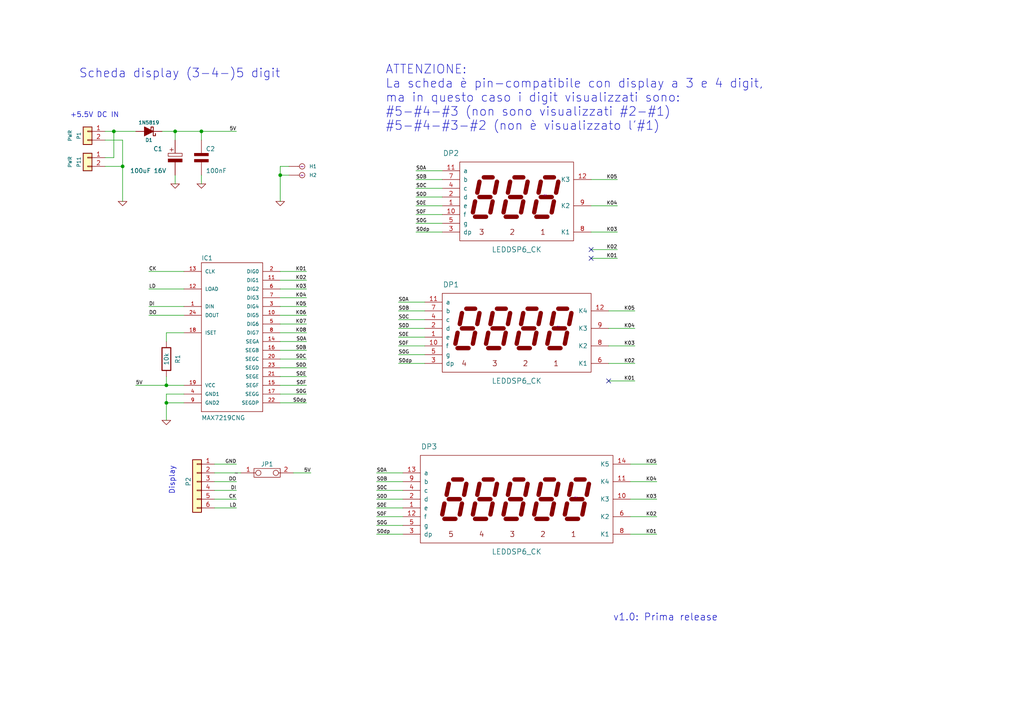
<source format=kicad_sch>
(kicad_sch (version 20210621) (generator eeschema)
  (paper "A4")
  (title_block (date "6 mar 2017") (rev "v1.0"))
  (lib_symbols
    (symbol "Connector_Generic:Conn_01x02" (pin_names (offset 1.016) hide)
      (property "Reference" "J" (at 0 2.54 0))
      (property "Value" "Conn_01x02" (at 0 -5.08 0))
      (symbol "Conn_01x02_1_1"
        (rectangle (start -1.27 -2.413) (end 0 -2.667) (stroke (width 0.1524)))
        (rectangle (start -1.27 0.127) (end 0 -0.127) (stroke (width 0.1524)))
        (rectangle (start -1.27 1.27) (end 1.27 -3.81) (stroke (width 0.254)) (fill (type background)))
        (pin passive line (at -5.08 0 0) (length 3.81) (name "Pin_1") (number "1"))
        (pin passive line (at -5.08 -2.54 0) (length 3.81) (name "Pin_2") (number "2"))
      )
    )
    (symbol "Connector_Generic:Conn_01x06" (pin_names (offset 1.016) hide)
      (property "Reference" "J" (at 0 7.62 0))
      (property "Value" "Conn_01x06" (at 0 -10.16 0))
      (symbol "Conn_01x06_1_1"
        (rectangle (start -1.27 -7.493) (end 0 -7.747) (stroke (width 0.1524)))
        (rectangle (start -1.27 -4.953) (end 0 -5.207) (stroke (width 0.1524)))
        (rectangle (start -1.27 -2.413) (end 0 -2.667) (stroke (width 0.1524)))
        (rectangle (start -1.27 0.127) (end 0 -0.127) (stroke (width 0.1524)))
        (rectangle (start -1.27 2.667) (end 0 2.413) (stroke (width 0.1524)))
        (rectangle (start -1.27 5.207) (end 0 4.953) (stroke (width 0.1524)))
        (rectangle (start -1.27 6.35) (end 1.27 -8.89) (stroke (width 0.254)) (fill (type background)))
        (pin passive line (at -5.08 5.08 0) (length 3.81) (name "Pin_1") (number "1"))
        (pin passive line (at -5.08 2.54 0) (length 3.81) (name "Pin_2") (number "2"))
        (pin passive line (at -5.08 0 0) (length 3.81) (name "Pin_3") (number "3"))
        (pin passive line (at -5.08 -2.54 0) (length 3.81) (name "Pin_4") (number "4"))
        (pin passive line (at -5.08 -5.08 0) (length 3.81) (name "Pin_5") (number "5"))
        (pin passive line (at -5.08 -7.62 0) (length 3.81) (name "Pin_6") (number "6"))
      )
    )
    (symbol "Device:D_Schottky_Filled" (pin_numbers hide) (pin_names (offset 1.016) hide)
      (property "Reference" "D" (at 0 2.54 0))
      (property "Value" "D_Schottky_Filled" (at 0 -2.54 0))
      (symbol "D_Schottky_Filled_0_1"
        (polyline (pts (xy 1.27 0) (xy -1.27 0)))
        (polyline (pts (xy 1.27 1.27) (xy 1.27 -1.27) (xy -1.27 0) (xy 1.27 1.27)) (stroke (width 0.254)) (fill (type outline)))
        (polyline (pts (xy -1.905 0.635) (xy -1.905 1.27) (xy -1.27 1.27) (xy -1.27 -1.27) (xy -0.635 -1.27) (xy -0.635 -0.635)) (stroke (width 0.254)))
      )
      (symbol "D_Schottky_Filled_1_1"
        (pin passive line (at -3.81 0 0) (length 2.54) (name "K") (number "1"))
        (pin passive line (at 3.81 0 180) (length 2.54) (name "A") (number "2"))
      )
    )
    (symbol "FSP-Display6-rescue:CONN_1" (pin_numbers hide) (pin_names (offset 0.762) hide)
      (property "Reference" "P" (at 2.032 0 0))
      (symbol "CONN_1_0_1"
        (polyline (pts (xy -0.762 0) (xy -1.27 0)))
        (circle (center 0 0) (radius 0.7874))
      )
      (symbol "CONN_1_1_1"
        (pin passive line (at -3.81 0 0) (length 2.54) (name "1") (number "1"))
      )
    )
    (symbol "FSP-Display6-rescue:GND" (power) (pin_names (offset 0))
      (symbol "GND_0_1"
        (polyline (pts (xy -1.27 0) (xy 0 -1.27) (xy 1.27 0) (xy -1.27 0)))
      )
      (symbol "GND_1_1"
        (pin power_in line (at 0 0 90) (length 0) hide (name "GND") (number "1"))
      )
    )
    (symbol "FSP-Display6-rescue:JUMPER2" (pin_names (offset 1.016))
      (property "Reference" "JP" (at 7.62 3.81 0))
      (property "Value" "JUMPER2" (at 7.62 -3.81 0))
      (symbol "JUMPER2_0_1"
        (rectangle (start 3.81 1.27) (end 11.43 -1.27))
        (circle (center 5.08 0) (radius 0.762))
        (circle (center 10.16 0) (radius 0.762))
      )
      (symbol "JUMPER2_1_1"
        (pin input line (at 0 0 0) (length 4.318) (name "~") (number "1"))
        (pin input line (at 15.24 0 180) (length 4.318) (name "~") (number "2"))
      )
    )
    (symbol "FSP-Display6-rescue:MAX7219CNG" (pin_names (offset 1.016))
      (property "Reference" "IC" (at -10.16 20.955 0))
      (property "Value" "MAX7219CNG" (at -10.16 -25.4 0))
      (symbol "MAX7219CNG_1_0"
        (polyline (pts (xy -10.16 -22.86) (xy 7.62 -22.86)))
        (polyline (pts (xy -10.16 20.32) (xy -10.16 -22.86)))
        (polyline (pts (xy 7.62 -22.86) (xy 7.62 20.32)))
        (polyline (pts (xy 7.62 20.32) (xy -10.16 20.32)))
      )
      (symbol "MAX7219CNG_1_1"
        (pin input line (at -15.24 7.62 0) (length 5.08) (name "DIN") (number "1"))
        (pin output line (at 12.7 5.08 180) (length 5.08) (name "DIG5") (number "10"))
        (pin output line (at 12.7 15.24 180) (length 5.08) (name "DIG1") (number "11"))
        (pin input line (at -15.24 12.7 0) (length 5.08) (name "LOAD") (number "12"))
        (pin input line (at -15.24 17.78 0) (length 5.08) (name "CLK") (number "13"))
        (pin output line (at 12.7 -2.54 180) (length 5.08) (name "SEGA") (number "14"))
        (pin output line (at 12.7 -15.24 180) (length 5.08) (name "SEGF") (number "15"))
        (pin output line (at 12.7 -5.08 180) (length 5.08) (name "SEGB") (number "16"))
        (pin output line (at 12.7 -17.78 180) (length 5.08) (name "SEGG") (number "17"))
        (pin input line (at -15.24 0 0) (length 5.08) (name "ISET") (number "18"))
        (pin power_in line (at -15.24 -15.24 0) (length 5.08) (name "VCC") (number "19"))
        (pin output line (at 12.7 17.78 180) (length 5.08) (name "DIG0") (number "2"))
        (pin output line (at 12.7 -7.62 180) (length 5.08) (name "SEGC") (number "20"))
        (pin output line (at 12.7 -12.7 180) (length 5.08) (name "SEGE") (number "21"))
        (pin output line (at 12.7 -20.32 180) (length 5.08) (name "SEGDP") (number "22"))
        (pin output line (at 12.7 -10.16 180) (length 5.08) (name "SEGD") (number "23"))
        (pin output line (at -15.24 5.08 0) (length 5.08) (name "DOUT") (number "24"))
        (pin output line (at 12.7 7.62 180) (length 5.08) (name "DIG4") (number "3"))
        (pin power_in line (at -15.24 -17.78 0) (length 5.08) (name "GND1") (number "4"))
        (pin output line (at 12.7 2.54 180) (length 5.08) (name "DIG6") (number "5"))
        (pin output line (at 12.7 12.7 180) (length 5.08) (name "DIG2") (number "6"))
        (pin output line (at 12.7 10.16 180) (length 5.08) (name "DIG3") (number "7"))
        (pin output line (at 12.7 0 180) (length 5.08) (name "DIG7") (number "8"))
        (pin power_in line (at -15.24 -20.32 0) (length 5.08) (name "GND2") (number "9"))
      )
    )
    (symbol "FSP-Display6-rescue:R" (pin_numbers hide) (pin_names (offset 0))
      (property "Reference" "R" (at 3.302 0 90))
      (property "Value" "R" (at 0 0 90))
      (symbol "R_0_1"
        (rectangle (start -1.27 3.302) (end 1.27 -3.302) (stroke (width 0.3048)))
      )
      (symbol "R_1_1"
        (pin passive line (at 0 5.08 270) (length 1.778) (name "~") (number "1"))
        (pin passive line (at 0 -5.08 90) (length 1.778) (name "~") (number "2"))
      )
    )
    (symbol "GCC_device:C" (pin_numbers hide) (pin_names (offset 0.254))
      (property "Reference" "C" (at 1.27 2.54 0))
      (property "Value" "C" (at 1.27 -2.54 0))
      (symbol "C_0_1"
        (rectangle (start -2.032 -0.508) (end 2.032 -1.27) (fill (type outline)))
        (rectangle (start -2.032 1.27) (end 2.032 0.508) (fill (type outline)))
      )
      (symbol "C_1_1"
        (pin passive line (at 0 5.08 270) (length 3.81) (name "~") (number "1"))
        (pin passive line (at 0 -5.08 90) (length 3.81) (name "~") (number "2"))
      )
    )
    (symbol "GCC_device:CAPAPOL" (pin_numbers hide) (pin_names (offset 0.254) hide)
      (property "Reference" "C" (at 1.27 2.54 0))
      (property "Value" "CAPAPOL" (at 1.27 -2.54 0))
      (symbol "CAPAPOL_0_1"
        (rectangle (start -2.032 -0.381) (end 2.032 -1.27) (fill (type outline)))
        (rectangle (start -2.032 1.27) (end 2.032 0.381))
        (polyline (pts (xy -1.524 2.286) (xy -0.508 2.286) (xy -0.508 2.286)))
        (polyline (pts (xy -1.016 2.794) (xy -1.016 1.778) (xy -1.016 2.032)))
      )
      (symbol "CAPAPOL_1_1"
        (pin passive line (at 0 5.08 270) (length 3.81) (name "~") (number "1"))
        (pin passive line (at 0 -5.08 90) (length 3.81) (name "~") (number "2"))
      )
    )
    (symbol "GCC_display:LEDDSP3_CK" (pin_names (offset 1.016))
      (property "Reference" "S" (at -15.24 11.43 0))
      (property "Value" "LEDDSP3_CK" (at 0 -15.24 0))
      (symbol "LEDDSP3_CK_0_0"
        (text "1" (at 7.62 -10.16 0) (effects (font (size 1.524 1.524))))
        (text "2" (at -1.27 -10.16 0) (effects (font (size 1.524 1.524))))
        (text "3" (at -10.16 -10.16 0) (effects (font (size 1.524 1.524))))
      )
      (symbol "LEDDSP3_CK_0_1"
        (rectangle (start -16.51 10.16) (end 16.51 -12.7))
        (polyline (pts (xy -12.065 -5.715) (xy -8.89 -5.715)) (stroke (width 1.27)))
        (polyline (pts (xy -12.065 -1.27) (xy -12.7 -4.445)) (stroke (width 1.27)))
        (polyline (pts (xy -11.43 1.27) (xy -10.795 4.445)) (stroke (width 1.27)))
        (polyline (pts (xy -10.795 0) (xy -7.62 0)) (stroke (width 1.27)))
        (polyline (pts (xy -9.525 5.715) (xy -6.985 5.715)) (stroke (width 1.27)))
        (polyline (pts (xy -6.985 -1.27) (xy -7.62 -4.445)) (stroke (width 1.27)))
        (polyline (pts (xy -6.35 -5.715) (xy -6.35 -5.715)) (stroke (width 1.27)))
        (polyline (pts (xy -6.35 1.27) (xy -5.715 4.445)) (stroke (width 1.27)))
        (polyline (pts (xy -3.175 -5.715) (xy 0 -5.715)) (stroke (width 1.27)))
        (polyline (pts (xy -3.175 -1.27) (xy -3.81 -4.445)) (stroke (width 1.27)))
        (polyline (pts (xy -2.54 1.27) (xy -1.905 4.445)) (stroke (width 1.27)))
        (polyline (pts (xy -1.905 0) (xy 1.27 0)) (stroke (width 1.27)))
        (polyline (pts (xy -0.635 5.715) (xy 1.905 5.715)) (stroke (width 1.27)))
        (polyline (pts (xy 1.905 -1.27) (xy 1.27 -4.445)) (stroke (width 1.27)))
        (polyline (pts (xy 2.54 -5.715) (xy 2.54 -5.715)) (stroke (width 1.27)))
        (polyline (pts (xy 2.54 1.27) (xy 3.175 4.445)) (stroke (width 1.27)))
        (polyline (pts (xy 5.715 -5.715) (xy 8.89 -5.715)) (stroke (width 1.27)))
        (polyline (pts (xy 5.715 -1.27) (xy 5.08 -4.445)) (stroke (width 1.27)))
        (polyline (pts (xy 6.35 1.27) (xy 6.985 4.445)) (stroke (width 1.27)))
        (polyline (pts (xy 6.985 0) (xy 10.16 0)) (stroke (width 1.27)))
        (polyline (pts (xy 8.255 5.715) (xy 10.795 5.715)) (stroke (width 1.27)))
        (polyline (pts (xy 10.795 -1.27) (xy 10.16 -4.445)) (stroke (width 1.27)))
        (polyline (pts (xy 11.43 -5.715) (xy 11.43 -5.715)) (stroke (width 1.27)))
        (polyline (pts (xy 11.43 1.27) (xy 12.065 4.445)) (stroke (width 1.27)))
      )
      (symbol "LEDDSP3_CK_1_1"
        (pin passive line (at -21.59 -2.54 0) (length 5.08) (name "e") (number "1"))
        (pin passive line (at -21.59 -5.08 0) (length 5.08) (name "f") (number "10"))
        (pin passive line (at -21.59 7.62 0) (length 5.08) (name "a") (number "11"))
        (pin passive line (at 21.59 5.08 180) (length 5.08) (name "K3") (number "12"))
        (pin passive line (at -21.59 0 0) (length 5.08) (name "d") (number "2"))
        (pin passive line (at -21.59 -10.16 0) (length 5.08) (name "dp") (number "3"))
        (pin passive line (at -21.59 2.54 0) (length 5.08) (name "c") (number "4"))
        (pin passive line (at -21.59 -7.62 0) (length 5.08) (name "g") (number "5"))
        (pin passive line (at -21.59 5.08 0) (length 5.08) (name "b") (number "7"))
        (pin passive line (at 21.59 -10.16 180) (length 5.08) (name "K1") (number "8"))
        (pin passive line (at 21.59 -2.54 180) (length 5.08) (name "K2") (number "9"))
      )
    )
    (symbol "GCC_display:LEDDSP4_CK_6+6" (pin_names (offset 1.016))
      (property "Reference" "S" (at -20.32 11.43 0))
      (property "Value" "LEDDSP4_CK_6+6" (at 0 -15.24 0))
      (symbol "LEDDSP4_CK_6+6_0_0"
        (text "1" (at 11.43 -10.16 0) (effects (font (size 1.524 1.524))))
        (text "2" (at 2.54 -10.16 0) (effects (font (size 1.524 1.524))))
        (text "3" (at -6.35 -10.16 0) (effects (font (size 1.524 1.524))))
        (text "4" (at -15.24 -10.16 0) (effects (font (size 1.524 1.524))))
      )
      (symbol "LEDDSP4_CK_6+6_0_1"
        (rectangle (start -21.59 10.16) (end 21.59 -12.7))
        (polyline (pts (xy -17.145 -5.715) (xy -13.97 -5.715)) (stroke (width 1.27)))
        (polyline (pts (xy -17.145 -1.27) (xy -17.78 -4.445)) (stroke (width 1.27)))
        (polyline (pts (xy -16.51 1.27) (xy -15.875 4.445)) (stroke (width 1.27)))
        (polyline (pts (xy -15.875 0) (xy -12.7 0)) (stroke (width 1.27)))
        (polyline (pts (xy -14.605 5.715) (xy -12.065 5.715)) (stroke (width 1.27)))
        (polyline (pts (xy -12.065 -1.27) (xy -12.7 -4.445)) (stroke (width 1.27)))
        (polyline (pts (xy -11.43 -5.715) (xy -11.43 -5.715)) (stroke (width 1.27)))
        (polyline (pts (xy -11.43 1.27) (xy -10.795 4.445)) (stroke (width 1.27)))
        (polyline (pts (xy -8.255 -5.715) (xy -5.08 -5.715)) (stroke (width 1.27)))
        (polyline (pts (xy -8.255 -1.27) (xy -8.89 -4.445)) (stroke (width 1.27)))
        (polyline (pts (xy -7.62 1.27) (xy -6.985 4.445)) (stroke (width 1.27)))
        (polyline (pts (xy -6.985 0) (xy -3.81 0)) (stroke (width 1.27)))
        (polyline (pts (xy -5.715 5.715) (xy -3.175 5.715)) (stroke (width 1.27)))
        (polyline (pts (xy -3.175 -1.27) (xy -3.81 -4.445)) (stroke (width 1.27)))
        (polyline (pts (xy -2.54 -5.715) (xy -2.54 -5.715)) (stroke (width 1.27)))
        (polyline (pts (xy -2.54 1.27) (xy -1.905 4.445)) (stroke (width 1.27)))
        (polyline (pts (xy 0.635 -5.715) (xy 3.81 -5.715)) (stroke (width 1.27)))
        (polyline (pts (xy 0.635 -1.27) (xy 0 -4.445)) (stroke (width 1.27)))
        (polyline (pts (xy 1.27 1.27) (xy 1.905 4.445)) (stroke (width 1.27)))
        (polyline (pts (xy 1.905 0) (xy 5.08 0)) (stroke (width 1.27)))
        (polyline (pts (xy 3.175 5.715) (xy 5.715 5.715)) (stroke (width 1.27)))
        (polyline (pts (xy 5.715 -1.27) (xy 5.08 -4.445)) (stroke (width 1.27)))
        (polyline (pts (xy 6.35 -5.715) (xy 6.35 -5.715)) (stroke (width 1.27)))
        (polyline (pts (xy 6.35 1.27) (xy 6.985 4.445)) (stroke (width 1.27)))
        (polyline (pts (xy 9.525 -5.715) (xy 12.7 -5.715)) (stroke (width 1.27)))
        (polyline (pts (xy 9.525 -1.27) (xy 8.89 -4.445)) (stroke (width 1.27)))
        (polyline (pts (xy 10.16 1.27) (xy 10.795 4.445)) (stroke (width 1.27)))
        (polyline (pts (xy 10.795 0) (xy 13.97 0)) (stroke (width 1.27)))
        (polyline (pts (xy 12.065 5.715) (xy 14.605 5.715)) (stroke (width 1.27)))
        (polyline (pts (xy 14.605 -1.27) (xy 13.97 -4.445)) (stroke (width 1.27)))
        (polyline (pts (xy 15.24 -5.715) (xy 15.24 -5.715)) (stroke (width 1.27)))
        (polyline (pts (xy 15.24 1.27) (xy 15.875 4.445)) (stroke (width 1.27)))
      )
      (symbol "LEDDSP4_CK_6+6_1_1"
        (pin passive line (at -26.67 -2.54 0) (length 5.08) (name "e") (number "1"))
        (pin passive line (at -26.67 -5.08 0) (length 5.08) (name "f") (number "10"))
        (pin passive line (at -26.67 7.62 0) (length 5.08) (name "a") (number "11"))
        (pin passive line (at 26.67 5.08 180) (length 5.08) (name "K4") (number "12"))
        (pin passive line (at -26.67 0 0) (length 5.08) (name "d") (number "2"))
        (pin passive line (at -26.67 -10.16 0) (length 5.08) (name "dp") (number "3"))
        (pin passive line (at -26.67 2.54 0) (length 5.08) (name "c") (number "4"))
        (pin passive line (at -26.67 -7.62 0) (length 5.08) (name "g") (number "5"))
        (pin passive line (at 26.67 -10.16 180) (length 5.08) (name "K1") (number "6"))
        (pin passive line (at -26.67 5.08 0) (length 5.08) (name "b") (number "7"))
        (pin passive line (at 26.67 -5.08 180) (length 5.08) (name "K2") (number "8"))
        (pin passive line (at 26.67 0 180) (length 5.08) (name "K3") (number "9"))
      )
    )
    (symbol "GCC_display:LEDDSP5_CK" (pin_names (offset 1.016))
      (property "Reference" "S" (at -22.86 13.97 0))
      (property "Value" "LEDDSP5_CK" (at 2.54 -15.24 0))
      (symbol "LEDDSP5_CK_0_0"
        (text "1" (at 16.51 -10.16 0) (effects (font (size 1.524 1.524))))
        (text "2" (at 7.62 -10.16 0) (effects (font (size 1.524 1.524))))
        (text "3" (at -1.27 -10.16 0) (effects (font (size 1.524 1.524))))
        (text "4" (at -10.16 -10.16 0) (effects (font (size 1.524 1.524))))
        (text "5" (at -19.05 -10.16 0) (effects (font (size 1.524 1.524))))
      )
      (symbol "LEDDSP5_CK_0_1"
        (rectangle (start -27.94 12.7) (end 27.94 -12.7))
        (polyline (pts (xy -20.955 -5.715) (xy -17.78 -5.715)) (stroke (width 1.27)))
        (polyline (pts (xy -20.955 -1.27) (xy -21.59 -4.445)) (stroke (width 1.27)))
        (polyline (pts (xy -20.32 1.27) (xy -19.685 4.445)) (stroke (width 1.27)))
        (polyline (pts (xy -19.685 0) (xy -16.51 0)) (stroke (width 1.27)))
        (polyline (pts (xy -18.415 5.715) (xy -15.875 5.715)) (stroke (width 1.27)))
        (polyline (pts (xy -15.875 -1.27) (xy -16.51 -4.445)) (stroke (width 1.27)))
        (polyline (pts (xy -15.24 -5.715) (xy -15.24 -5.715)) (stroke (width 1.27)))
        (polyline (pts (xy -15.24 1.27) (xy -14.605 4.445)) (stroke (width 1.27)))
        (polyline (pts (xy -12.065 -5.715) (xy -8.89 -5.715)) (stroke (width 1.27)))
        (polyline (pts (xy -12.065 -1.27) (xy -12.7 -4.445)) (stroke (width 1.27)))
        (polyline (pts (xy -11.43 1.27) (xy -10.795 4.445)) (stroke (width 1.27)))
        (polyline (pts (xy -10.795 0) (xy -7.62 0)) (stroke (width 1.27)))
        (polyline (pts (xy -9.525 5.715) (xy -6.985 5.715)) (stroke (width 1.27)))
        (polyline (pts (xy -6.985 -1.27) (xy -7.62 -4.445)) (stroke (width 1.27)))
        (polyline (pts (xy -6.35 -5.715) (xy -6.35 -5.715)) (stroke (width 1.27)))
        (polyline (pts (xy -6.35 1.27) (xy -5.715 4.445)) (stroke (width 1.27)))
        (polyline (pts (xy -3.175 -5.715) (xy 0 -5.715)) (stroke (width 1.27)))
        (polyline (pts (xy -3.175 -1.27) (xy -3.81 -4.445)) (stroke (width 1.27)))
        (polyline (pts (xy -2.54 1.27) (xy -1.905 4.445)) (stroke (width 1.27)))
        (polyline (pts (xy -1.905 0) (xy 1.27 0)) (stroke (width 1.27)))
        (polyline (pts (xy -0.635 5.715) (xy 1.905 5.715)) (stroke (width 1.27)))
        (polyline (pts (xy 1.905 -1.27) (xy 1.27 -4.445)) (stroke (width 1.27)))
        (polyline (pts (xy 2.54 -5.715) (xy 2.54 -5.715)) (stroke (width 1.27)))
        (polyline (pts (xy 2.54 1.27) (xy 3.175 4.445)) (stroke (width 1.27)))
        (polyline (pts (xy 5.715 -5.715) (xy 8.89 -5.715)) (stroke (width 1.27)))
        (polyline (pts (xy 5.715 -1.27) (xy 5.08 -4.445)) (stroke (width 1.27)))
        (polyline (pts (xy 6.35 1.27) (xy 6.985 4.445)) (stroke (width 1.27)))
        (polyline (pts (xy 6.985 0) (xy 10.16 0)) (stroke (width 1.27)))
        (polyline (pts (xy 8.255 5.715) (xy 10.795 5.715)) (stroke (width 1.27)))
        (polyline (pts (xy 10.795 -1.27) (xy 10.16 -4.445)) (stroke (width 1.27)))
        (polyline (pts (xy 11.43 -5.715) (xy 11.43 -5.715)) (stroke (width 1.27)))
        (polyline (pts (xy 11.43 1.27) (xy 12.065 4.445)) (stroke (width 1.27)))
        (polyline (pts (xy 14.605 -5.715) (xy 17.78 -5.715)) (stroke (width 1.27)))
        (polyline (pts (xy 14.605 -1.27) (xy 13.97 -4.445)) (stroke (width 1.27)))
        (polyline (pts (xy 15.24 1.27) (xy 15.875 4.445)) (stroke (width 1.27)))
        (polyline (pts (xy 15.875 0) (xy 19.05 0)) (stroke (width 1.27)))
        (polyline (pts (xy 17.145 5.715) (xy 19.685 5.715)) (stroke (width 1.27)))
        (polyline (pts (xy 19.685 -1.27) (xy 19.05 -4.445)) (stroke (width 1.27)))
        (polyline (pts (xy 20.32 -5.715) (xy 20.32 -5.715)) (stroke (width 1.27)))
        (polyline (pts (xy 20.32 1.27) (xy 20.955 4.445)) (stroke (width 1.27)))
      )
      (symbol "LEDDSP5_CK_1_1"
        (pin passive line (at -33.02 -2.54 0) (length 5.08) (name "e") (number "1"))
        (pin passive line (at 33.02 0 180) (length 5.08) (name "K3") (number "10"))
        (pin passive line (at 33.02 5.08 180) (length 5.08) (name "K4") (number "11"))
        (pin passive line (at -33.02 -5.08 0) (length 5.08) (name "f") (number "12"))
        (pin passive line (at -33.02 7.62 0) (length 5.08) (name "a") (number "13"))
        (pin passive line (at 33.02 10.16 180) (length 5.08) (name "K5") (number "14"))
        (pin passive line (at -33.02 0 0) (length 5.08) (name "d") (number "2"))
        (pin passive line (at -33.02 -10.16 0) (length 5.08) (name "dp") (number "3"))
        (pin passive line (at -33.02 2.54 0) (length 5.08) (name "c") (number "4"))
        (pin passive line (at -33.02 -7.62 0) (length 5.08) (name "g") (number "5"))
        (pin passive line (at 33.02 -5.08 180) (length 5.08) (name "K2") (number "6"))
        (pin passive line (at 33.02 -10.16 180) (length 5.08) (name "K1") (number "8"))
        (pin passive line (at -33.02 5.08 0) (length 5.08) (name "b") (number "9"))
      )
    )
  )
  (junction (at 33.02 38.1))
  (junction (at 35.56 48.26))
  (junction (at 48.26 111.76))
  (junction (at 48.26 116.84))
  (junction (at 50.8 38.1))
  (junction (at 58.42 38.1))
  (junction (at 81.28 50.8))
  (no_connect (at 171.45 72.39))
  (no_connect (at 171.45 74.93))
  (no_connect (at 176.53 110.49))
  (wire (pts (xy 30.48 38.1) (xy 33.02 38.1)))
  (wire (pts (xy 30.48 45.72) (xy 33.02 45.72)))
  (wire (pts (xy 30.48 48.26) (xy 35.56 48.26)))
  (wire (pts (xy 33.02 38.1) (xy 39.37 38.1)))
  (wire (pts (xy 33.02 45.72) (xy 33.02 38.1)))
  (wire (pts (xy 35.56 40.64) (xy 30.48 40.64)))
  (wire (pts (xy 35.56 40.64) (xy 35.56 48.26)))
  (wire (pts (xy 35.56 48.26) (xy 35.56 58.42)))
  (wire (pts (xy 39.37 111.76) (xy 48.26 111.76)))
  (wire (pts (xy 46.99 38.1) (xy 50.8 38.1)))
  (wire (pts (xy 48.26 96.52) (xy 48.26 99.06)))
  (wire (pts (xy 48.26 109.22) (xy 48.26 111.76)))
  (wire (pts (xy 48.26 111.76) (xy 53.34 111.76)))
  (wire (pts (xy 48.26 114.3) (xy 48.26 116.84)))
  (wire (pts (xy 48.26 116.84) (xy 48.26 121.92)))
  (wire (pts (xy 48.26 116.84) (xy 53.34 116.84)))
  (wire (pts (xy 50.8 38.1) (xy 50.8 40.64)))
  (wire (pts (xy 50.8 38.1) (xy 58.42 38.1)))
  (wire (pts (xy 50.8 50.8) (xy 50.8 53.34)))
  (wire (pts (xy 53.34 78.74) (xy 43.18 78.74)))
  (wire (pts (xy 53.34 83.82) (xy 43.18 83.82)))
  (wire (pts (xy 53.34 88.9) (xy 43.18 88.9)))
  (wire (pts (xy 53.34 91.44) (xy 43.18 91.44)))
  (wire (pts (xy 53.34 96.52) (xy 48.26 96.52)))
  (wire (pts (xy 53.34 114.3) (xy 48.26 114.3)))
  (wire (pts (xy 58.42 38.1) (xy 58.42 40.64)))
  (wire (pts (xy 58.42 38.1) (xy 68.58 38.1)))
  (wire (pts (xy 58.42 50.8) (xy 58.42 53.34)))
  (wire (pts (xy 62.23 137.16) (xy 69.85 137.16)))
  (wire (pts (xy 62.23 144.78) (xy 68.58 144.78)))
  (wire (pts (xy 68.58 134.62) (xy 62.23 134.62)))
  (wire (pts (xy 68.58 139.7) (xy 62.23 139.7)))
  (wire (pts (xy 68.58 142.24) (xy 62.23 142.24)))
  (wire (pts (xy 68.58 147.32) (xy 62.23 147.32)))
  (wire (pts (xy 81.28 48.26) (xy 81.28 50.8)))
  (wire (pts (xy 81.28 50.8) (xy 81.28 58.42)))
  (wire (pts (xy 81.28 50.8) (xy 83.82 50.8)))
  (wire (pts (xy 81.28 78.74) (xy 88.9 78.74)))
  (wire (pts (xy 81.28 81.28) (xy 88.9 81.28)))
  (wire (pts (xy 81.28 83.82) (xy 88.9 83.82)))
  (wire (pts (xy 81.28 86.36) (xy 88.9 86.36)))
  (wire (pts (xy 81.28 88.9) (xy 88.9 88.9)))
  (wire (pts (xy 81.28 91.44) (xy 88.9 91.44)))
  (wire (pts (xy 81.28 93.98) (xy 88.9 93.98)))
  (wire (pts (xy 81.28 96.52) (xy 88.9 96.52)))
  (wire (pts (xy 81.28 99.06) (xy 88.9 99.06)))
  (wire (pts (xy 81.28 101.6) (xy 88.9 101.6)))
  (wire (pts (xy 81.28 104.14) (xy 88.9 104.14)))
  (wire (pts (xy 81.28 106.68) (xy 88.9 106.68)))
  (wire (pts (xy 81.28 109.22) (xy 88.9 109.22)))
  (wire (pts (xy 81.28 111.76) (xy 88.9 111.76)))
  (wire (pts (xy 81.28 114.3) (xy 88.9 114.3)))
  (wire (pts (xy 81.28 116.84) (xy 88.9 116.84)))
  (wire (pts (xy 83.82 48.26) (xy 81.28 48.26)))
  (wire (pts (xy 85.09 137.16) (xy 90.17 137.16)))
  (wire (pts (xy 109.22 137.16) (xy 116.84 137.16)))
  (wire (pts (xy 109.22 139.7) (xy 116.84 139.7)))
  (wire (pts (xy 109.22 142.24) (xy 116.84 142.24)))
  (wire (pts (xy 109.22 144.78) (xy 116.84 144.78)))
  (wire (pts (xy 109.22 147.32) (xy 116.84 147.32)))
  (wire (pts (xy 109.22 149.86) (xy 116.84 149.86)))
  (wire (pts (xy 109.22 152.4) (xy 116.84 152.4)))
  (wire (pts (xy 109.22 154.94) (xy 116.84 154.94)))
  (wire (pts (xy 115.57 87.63) (xy 123.19 87.63)))
  (wire (pts (xy 115.57 90.17) (xy 123.19 90.17)))
  (wire (pts (xy 115.57 92.71) (xy 123.19 92.71)))
  (wire (pts (xy 115.57 95.25) (xy 123.19 95.25)))
  (wire (pts (xy 115.57 97.79) (xy 123.19 97.79)))
  (wire (pts (xy 115.57 100.33) (xy 123.19 100.33)))
  (wire (pts (xy 115.57 102.87) (xy 123.19 102.87)))
  (wire (pts (xy 115.57 105.41) (xy 123.19 105.41)))
  (wire (pts (xy 120.65 49.53) (xy 128.27 49.53)))
  (wire (pts (xy 120.65 52.07) (xy 128.27 52.07)))
  (wire (pts (xy 120.65 54.61) (xy 128.27 54.61)))
  (wire (pts (xy 120.65 57.15) (xy 128.27 57.15)))
  (wire (pts (xy 120.65 59.69) (xy 128.27 59.69)))
  (wire (pts (xy 120.65 62.23) (xy 128.27 62.23)))
  (wire (pts (xy 120.65 64.77) (xy 128.27 64.77)))
  (wire (pts (xy 120.65 67.31) (xy 128.27 67.31)))
  (wire (pts (xy 171.45 52.07) (xy 179.07 52.07)))
  (wire (pts (xy 171.45 59.69) (xy 179.07 59.69)))
  (wire (pts (xy 171.45 67.31) (xy 179.07 67.31)))
  (wire (pts (xy 171.45 72.39) (xy 179.07 72.39)))
  (wire (pts (xy 171.45 74.93) (xy 179.07 74.93)))
  (wire (pts (xy 176.53 90.17) (xy 184.15 90.17)))
  (wire (pts (xy 176.53 95.25) (xy 184.15 95.25)))
  (wire (pts (xy 176.53 100.33) (xy 184.15 100.33)))
  (wire (pts (xy 176.53 105.41) (xy 184.15 105.41)))
  (wire (pts (xy 176.53 110.49) (xy 184.15 110.49)))
  (wire (pts (xy 182.88 134.62) (xy 190.5 134.62)))
  (wire (pts (xy 182.88 139.7) (xy 190.5 139.7)))
  (wire (pts (xy 182.88 144.78) (xy 190.5 144.78)))
  (wire (pts (xy 182.88 149.86) (xy 190.5 149.86)))
  (wire (pts (xy 182.88 154.94) (xy 190.5 154.94)))
  (text "+5.5V DC IN" (at 20.32 34.29 0) (effects (font (size 1.4732 1.4732)) (justify left bottom)))
  (text "Scheda display (3-4-)5 digit" (at 22.86 22.86 0) (effects (font (size 2.54 2.54)) (justify left bottom)))
  (text "Display" (at 50.8 143.51 90) (effects (font (size 1.524 1.524)) (justify left bottom)))
  (text "ATTENZIONE:\nLa scheda è pin-compatibile con display a 3 e 4 digit,\nma in questo caso i digit visualizzati sono:\n#5-#4-#3 (non sono visualizzati #2-#1)\n#5-#4-#3-#2 (non è visualizzato l'#1)" (at 111.76 38.1 0) (effects (font (size 2.54 2.54)) (justify left bottom)))
  (text "v1.0: Prima release" (at 177.8 180.34 0) (effects (font (size 2.032 2.032)) (justify left bottom)))
  (label "5V" (at 39.37 111.76 0) (effects (font (size 1.016 1.016))))
  (label "CK" (at 43.18 78.74 0) (effects (font (size 1.016 1.016))))
  (label "LD" (at 43.18 83.82 0) (effects (font (size 1.016 1.016))))
  (label "DI" (at 43.18 88.9 0) (effects (font (size 1.016 1.016))))
  (label "DO" (at 43.18 91.44 0) (effects (font (size 1.016 1.016))))
  (label "5V" (at 68.58 38.1 180) (effects (font (size 1.016 1.016))))
  (label "GND" (at 68.58 134.62 180) (effects (font (size 1.016 1.016))))
  (label "DO" (at 68.58 139.7 180) (effects (font (size 1.016 1.016))))
  (label "DI" (at 68.58 142.24 180) (effects (font (size 1.016 1.016))))
  (label "CK" (at 68.58 144.78 180) (effects (font (size 1.016 1.016))))
  (label "LD" (at 68.58 147.32 180) (effects (font (size 1.016 1.016))))
  (label "K01" (at 88.9 78.74 180) (effects (font (size 1.016 1.016))))
  (label "K02" (at 88.9 81.28 180) (effects (font (size 1.016 1.016))))
  (label "K03" (at 88.9 83.82 180) (effects (font (size 1.016 1.016))))
  (label "K04" (at 88.9 86.36 180) (effects (font (size 1.016 1.016))))
  (label "K05" (at 88.9 88.9 180) (effects (font (size 1.016 1.016))))
  (label "K06" (at 88.9 91.44 180) (effects (font (size 1.016 1.016))))
  (label "K07" (at 88.9 93.98 180) (effects (font (size 1.016 1.016))))
  (label "K08" (at 88.9 96.52 180) (effects (font (size 1.016 1.016))))
  (label "S0A" (at 88.9 99.06 180) (effects (font (size 1.016 1.016))))
  (label "S0B" (at 88.9 101.6 180) (effects (font (size 1.016 1.016))))
  (label "S0C" (at 88.9 104.14 180) (effects (font (size 1.016 1.016))))
  (label "S0D" (at 88.9 106.68 180) (effects (font (size 1.016 1.016))))
  (label "S0E" (at 88.9 109.22 180) (effects (font (size 1.016 1.016))))
  (label "S0F" (at 88.9 111.76 180) (effects (font (size 1.016 1.016))))
  (label "S0G" (at 88.9 114.3 180) (effects (font (size 1.016 1.016))))
  (label "S0dp" (at 88.9 116.84 180) (effects (font (size 1.016 1.016))))
  (label "5V" (at 90.17 137.16 180) (effects (font (size 1.016 1.016))))
  (label "S0A" (at 109.22 137.16 0) (effects (font (size 1.016 1.016))))
  (label "S0B" (at 109.22 139.7 0) (effects (font (size 1.016 1.016))))
  (label "S0C" (at 109.22 142.24 0) (effects (font (size 1.016 1.016))))
  (label "S0D" (at 109.22 144.78 0) (effects (font (size 1.016 1.016))))
  (label "S0E" (at 109.22 147.32 0) (effects (font (size 1.016 1.016))))
  (label "S0F" (at 109.22 149.86 0) (effects (font (size 1.016 1.016))))
  (label "S0G" (at 109.22 152.4 0) (effects (font (size 1.016 1.016))))
  (label "S0dp" (at 109.22 154.94 0) (effects (font (size 1.016 1.016))))
  (label "S0A" (at 115.57 87.63 0) (effects (font (size 1.016 1.016))))
  (label "S0B" (at 115.57 90.17 0) (effects (font (size 1.016 1.016))))
  (label "S0C" (at 115.57 92.71 0) (effects (font (size 1.016 1.016))))
  (label "S0D" (at 115.57 95.25 0) (effects (font (size 1.016 1.016))))
  (label "S0E" (at 115.57 97.79 0) (effects (font (size 1.016 1.016))))
  (label "S0F" (at 115.57 100.33 0) (effects (font (size 1.016 1.016))))
  (label "S0G" (at 115.57 102.87 0) (effects (font (size 1.016 1.016))))
  (label "S0dp" (at 115.57 105.41 0) (effects (font (size 1.016 1.016))))
  (label "S0A" (at 120.65 49.53 0) (effects (font (size 1.016 1.016))))
  (label "S0B" (at 120.65 52.07 0) (effects (font (size 1.016 1.016))))
  (label "S0C" (at 120.65 54.61 0) (effects (font (size 1.016 1.016))))
  (label "S0D" (at 120.65 57.15 0) (effects (font (size 1.016 1.016))))
  (label "S0E" (at 120.65 59.69 0) (effects (font (size 1.016 1.016))))
  (label "S0F" (at 120.65 62.23 0) (effects (font (size 1.016 1.016))))
  (label "S0G" (at 120.65 64.77 0) (effects (font (size 1.016 1.016))))
  (label "S0dp" (at 120.65 67.31 0) (effects (font (size 1.016 1.016))))
  (label "K05" (at 179.07 52.07 180) (effects (font (size 1.016 1.016))))
  (label "K04" (at 179.07 59.69 180) (effects (font (size 1.016 1.016))))
  (label "K03" (at 179.07 67.31 180) (effects (font (size 1.016 1.016))))
  (label "K02" (at 179.07 72.39 180) (effects (font (size 1.016 1.016))))
  (label "K01" (at 179.07 74.93 180) (effects (font (size 1.016 1.016))))
  (label "K05" (at 184.15 90.17 180) (effects (font (size 1.016 1.016))))
  (label "K04" (at 184.15 95.25 180) (effects (font (size 1.016 1.016))))
  (label "K03" (at 184.15 100.33 180) (effects (font (size 1.016 1.016))))
  (label "K02" (at 184.15 105.41 180) (effects (font (size 1.016 1.016))))
  (label "K01" (at 184.15 110.49 180) (effects (font (size 1.016 1.016))))
  (label "K05" (at 190.5 134.62 180) (effects (font (size 1.016 1.016))))
  (label "K04" (at 190.5 139.7 180) (effects (font (size 1.016 1.016))))
  (label "K03" (at 190.5 144.78 180) (effects (font (size 1.016 1.016))))
  (label "K02" (at 190.5 149.86 180) (effects (font (size 1.016 1.016))))
  (label "K01" (at 190.5 154.94 180) (effects (font (size 1.016 1.016))))
  (symbol (lib_id "FSP-Display6-rescue:GND") (at 35.56 58.42 0) (unit 1)
    (property "Reference" "#PWR03" (effects hide))
    (property "Value" "GND" (effects hide))
  )
  (symbol (lib_id "FSP-Display6-rescue:GND") (at 48.26 121.92 0) (unit 1)
    (property "Reference" "#PWR05" (effects hide))
    (property "Value" "GND" (effects hide))
  )
  (symbol (lib_id "FSP-Display6-rescue:GND") (at 50.8 53.34 0) (unit 1)
    (property "Reference" "#PWR01" (effects hide))
    (property "Value" "GND" (effects hide))
  )
  (symbol (lib_id "FSP-Display6-rescue:GND") (at 58.42 53.34 0) (unit 1)
    (property "Reference" "#PWR02" (effects hide))
    (property "Value" "GND" (effects hide))
  )
  (symbol (lib_id "FSP-Display6-rescue:GND") (at 81.28 58.42 0) (unit 1)
    (property "Reference" "#PWR0101" (effects hide))
    (property "Value" "GND" (effects hide))
  )
  (symbol (lib_id "FSP-Display6-rescue:CONN_1") (at 87.63 48.26 0) (unit 1)
    (property "Reference" "H1" (at 89.662 48.26 0) (effects (font (size 1.016 1.016)) (justify left)))
    (property "Value" "CONN_1" (effects hide))
    (property "Footprint" "MountingHole:MountingHole_3.2mm_M3" (effects hide))
    (property "Datasheet" "~" (at 87.63 48.26 0) (effects (font (size 1.524 1.524))))
  )
  (symbol (lib_id "FSP-Display6-rescue:CONN_1") (at 87.63 50.8 0) (unit 1)
    (property "Reference" "H2" (at 89.662 50.8 0) (effects (font (size 1.016 1.016)) (justify left)))
    (property "Value" "CONN_1" (effects hide))
    (property "Footprint" "MountingHole:MountingHole_3.2mm_M3" (effects hide))
    (property "Datasheet" "~" (at 87.63 50.8 0) (effects (font (size 1.524 1.524))))
  )
  (symbol (lib_id "Device:D_Schottky_Filled") (at 43.18 38.1 180) (unit 1)
    (property "Reference" "D1" (at 43.18 40.64 0) (effects (font (size 1.016 1.016))))
    (property "Value" "1N5819" (at 43.18 35.56 0) (effects (font (size 1.016 1.016))))
    (property "Footprint" "Diode_SMD:D_SMA_Handsoldering" (effects hide))
  )
  (symbol (lib_id "FSP-Display6-rescue:R") (at 48.26 104.14 0) (unit 1)
    (property "Reference" "R1" (at 51.562 104.14 90))
    (property "Value" "10k" (at 48.26 104.14 90))
    (property "Footprint" "Resistor_THT:R_Axial_DIN0207_L6.3mm_D2.5mm_P10.16mm_Horizontal" (effects hide))
  )
  (symbol (lib_id "Connector_Generic:Conn_01x02") (at 25.4 38.1 0) (mirror y) (unit 1)
    (property "Reference" "P1" (at 22.86 39.37 90) (effects (font (size 1.016 1.016))))
    (property "Value" "PWR" (at 20.32 39.37 90) (effects (font (size 1.016 1.016))))
    (property "Footprint" "Connector_PinHeader_2.54mm:PinHeader_1x02_P2.54mm_Vertical" (effects hide))
  )
  (symbol (lib_id "Connector_Generic:Conn_01x02") (at 25.4 45.72 0) (mirror y) (unit 1)
    (property "Reference" "P11" (at 22.86 46.99 90) (effects (font (size 1.016 1.016))))
    (property "Value" "PWR" (at 20.32 46.99 90) (effects (font (size 1.016 1.016))))
    (property "Footprint" "GCC_Headers:HDR2-3.50+3.81mm" (effects hide))
  )
  (symbol (lib_id "FSP-Display6-rescue:JUMPER2") (at 69.85 137.16 0) (unit 1)
    (property "Reference" "JP1" (at 77.47 134.62 0))
    (property "Value" "JUMPER2" (effects hide))
    (property "Footprint" "Jumper:SolderJumper-2_P1.3mm_Bridged_RoundedPad1.0x1.5mm" (effects hide))
    (property "Datasheet" "~" (at 68.58 137.16 0) (effects (font (size 1.524 1.524))))
  )
  (symbol (lib_id "GCC_device:CAPAPOL") (at 50.8 45.72 0) (unit 1)
    (property "Reference" "C1" (at 44.45 43.18 0) (effects (justify left)))
    (property "Value" "100uF 16V" (at 48.26 49.53 0) (effects (justify right)))
    (property "Footprint" "Capacitor_THT:CP_Radial_D4.0mm_P2.00mm" (effects hide))
  )
  (symbol (lib_id "GCC_device:C") (at 58.42 45.72 0) (unit 1)
    (property "Reference" "C2" (at 59.69 43.18 0) (effects (justify left)))
    (property "Value" "100nF" (at 59.69 49.53 0) (effects (justify left)))
    (property "Footprint" "Capacitor_SMD:C_1206_3216Metric_Pad1.33x1.80mm_HandSolder" (effects hide))
  )
  (symbol (lib_id "Connector_Generic:Conn_01x06") (at 57.15 139.7 0) (mirror y) (unit 1)
    (property "Reference" "P2" (at 54.61 139.7 90))
    (property "Value" "CONN-6" (effects hide))
    (property "Footprint" "Connector_PinHeader_2.54mm:PinHeader_1x06_P2.54mm_Vertical" (effects hide))
  )
  (symbol (lib_id "GCC_display:LEDDSP3_CK") (at 149.86 57.15 0) (unit 1) (in_bom no) (on_board no)
    (property "Reference" "DP2" (at 130.81 44.45 0) (effects (font (size 1.524 1.524))))
    (property "Value" "LEDDSP6_CK" (at 149.86 72.39 0) (effects (font (size 1.524 1.524))))
    (property "Footprint" "GCC_Display:Disp7s4x_036" (effects hide))
    (property "Datasheet" "~" (at 158.115 56.515 0) (effects (font (size 1.524 1.524))))
  )
  (symbol (lib_id "FSP-Display6-rescue:MAX7219CNG") (at 68.58 96.52 0) (unit 1)
    (property "Reference" "IC1" (at 58.42 75.565 0) (effects (justify left bottom)))
    (property "Value" "MAX7219CNG" (at 58.42 121.92 0) (effects (justify left bottom)))
    (property "Footprint" "Package_DIP:DIP-24_W7.62mm" (effects hide))
  )
  (symbol (lib_id "GCC_display:LEDDSP4_CK_6+6") (at 149.86 95.25 0) (unit 1) (in_bom no) (on_board no)
    (property "Reference" "DP1" (at 130.81 82.55 0) (effects (font (size 1.524 1.524))))
    (property "Value" "LEDDSP6_CK" (at 149.86 110.49 0) (effects (font (size 1.524 1.524))))
    (property "Footprint" "GCC_Display:Disp7s4x_036" (effects hide))
    (property "Datasheet" "~" (at 161.925 94.615 0) (effects (font (size 1.524 1.524))))
  )
  (symbol (lib_id "GCC_display:LEDDSP5_CK") (at 149.86 144.78 0) (unit 1)
    (property "Reference" "DP3" (at 124.46 129.54 0) (effects (font (size 1.524 1.524))))
    (property "Value" "LEDDSP6_CK" (at 149.86 160.02 0) (effects (font (size 1.524 1.524))))
    (property "Footprint" "GCC_Display:Disp7s5x_036" (effects hide))
    (property "Datasheet" "~" (at 167.005 144.145 0) (effects (font (size 1.524 1.524))))
  )
)
</source>
